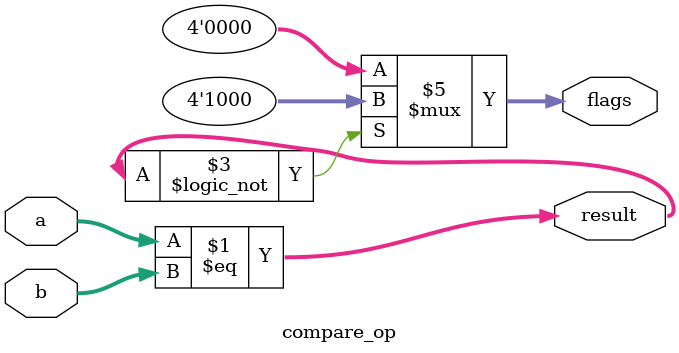
<source format=sv>
module compare_op #(parameter N=32)
(
  input logic [N-1:0] a,
  input logic [N-1:0] b,
  output logic [N-1:0] result,
  output logic [3:0] flags
);

  assign result = a == b;
  
  //definimos el orden de los flags como (Z)(N)(C)(V)
  
  always @(result)
    begin
      if(result == 32'd0)
	     flags=4'b1000;
		else
			flags=4'b0000;	
    end
endmodule 
</source>
